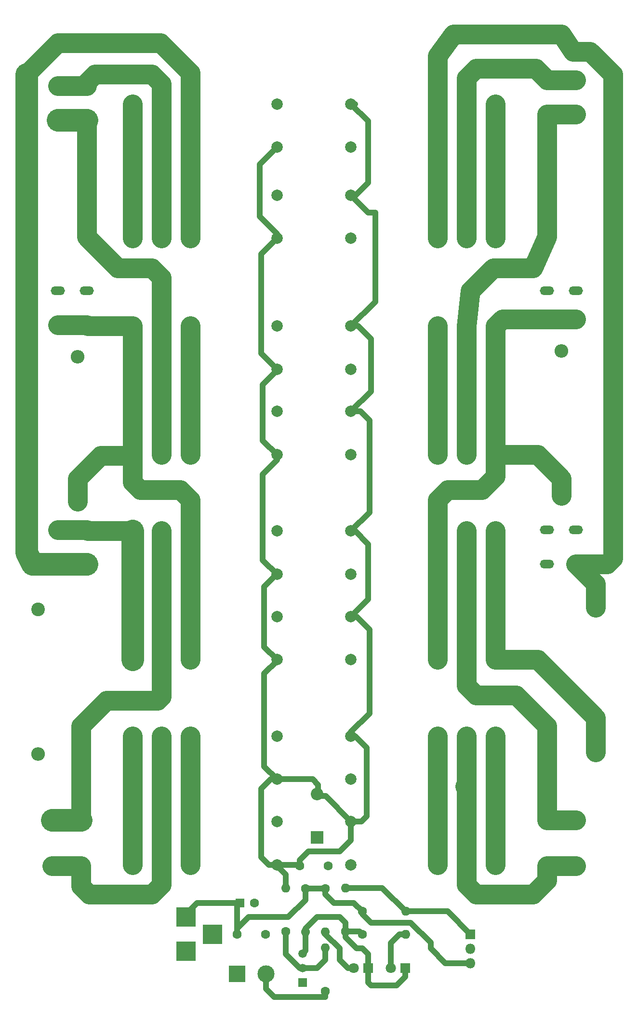
<source format=gbr>
G04 #@! TF.FileFunction,Copper,L2,Bot,Signal*
%FSLAX46Y46*%
G04 Gerber Fmt 4.6, Leading zero omitted, Abs format (unit mm)*
G04 Created by KiCad (PCBNEW 4.0.7) date 10/31/20 15:44:31*
%MOMM*%
%LPD*%
G01*
G04 APERTURE LIST*
%ADD10C,0.100000*%
%ADD11C,2.000000*%
%ADD12R,1.600000X1.600000*%
%ADD13C,1.600000*%
%ADD14R,1.800000X1.800000*%
%ADD15C,1.800000*%
%ADD16R,2.200000X2.200000*%
%ADD17O,2.200000X2.200000*%
%ADD18R,3.000000X3.000000*%
%ADD19C,3.000000*%
%ADD20R,3.500000X3.500000*%
%ADD21O,2.500000X1.500000*%
%ADD22C,1.520000*%
%ADD23R,1.520000X1.520000*%
%ADD24O,1.800000X1.800000*%
%ADD25O,1.600000X1.600000*%
%ADD26C,2.400000*%
%ADD27O,2.400000X2.400000*%
%ADD28C,1.000000*%
%ADD29C,3.500000*%
%ADD30C,4.000000*%
G04 APERTURE END LIST*
D10*
D11*
X78000000Y-45200000D03*
X93240000Y-45200000D03*
X103400000Y-45200000D03*
X98320000Y-45200000D03*
X78000000Y-52800000D03*
X98320000Y-52800000D03*
X93240000Y-52800000D03*
X103400000Y-52800000D03*
D12*
X58500000Y-169500000D03*
D13*
X61000000Y-169500000D03*
X58000000Y-175000000D03*
X63000000Y-175000000D03*
X74000000Y-163000000D03*
X69000000Y-163000000D03*
D14*
X81000000Y-181000000D03*
D15*
X78460000Y-181000000D03*
D16*
X72000000Y-158000000D03*
D17*
X72000000Y-150380000D03*
D14*
X87500000Y-181000000D03*
D15*
X84960000Y-181000000D03*
D18*
X58000000Y-182000000D03*
D19*
X63080000Y-182000000D03*
D20*
X49000000Y-172000000D03*
X49000000Y-178000000D03*
X53700000Y-175000000D03*
D21*
X25460000Y-163000000D03*
X30540000Y-163000000D03*
X25460000Y-155000000D03*
X30540000Y-155000000D03*
X112460000Y-163000000D03*
X117540000Y-163000000D03*
X112460000Y-155000000D03*
X117540000Y-155000000D03*
X26460000Y-26000000D03*
X31540000Y-26000000D03*
X26460000Y-32000000D03*
X31540000Y-32000000D03*
X112460000Y-25000000D03*
X117540000Y-25000000D03*
X112460000Y-31000000D03*
X117540000Y-31000000D03*
X26460000Y-62000000D03*
X31540000Y-62000000D03*
X26460000Y-68000000D03*
X31540000Y-68000000D03*
X112460000Y-62000000D03*
X117540000Y-62000000D03*
X112460000Y-67000000D03*
X117540000Y-67000000D03*
X26460000Y-110000000D03*
X31540000Y-110000000D03*
X26460000Y-104000000D03*
X31540000Y-104000000D03*
X112460000Y-110000000D03*
X117540000Y-110000000D03*
X112460000Y-104000000D03*
X117540000Y-104000000D03*
D22*
X69500000Y-180960000D03*
X69500000Y-178420000D03*
D23*
X69500000Y-183500000D03*
D14*
X99000000Y-175000000D03*
D24*
X99000000Y-177540000D03*
X99000000Y-180080000D03*
D13*
X73500000Y-185000000D03*
D25*
X73500000Y-177380000D03*
D13*
X66500000Y-174500000D03*
D25*
X66500000Y-166880000D03*
D13*
X73500000Y-167000000D03*
D25*
X73500000Y-174620000D03*
D13*
X77000000Y-174500000D03*
D25*
X77000000Y-166880000D03*
D13*
X70000000Y-167000000D03*
D25*
X70000000Y-174620000D03*
D13*
X80000000Y-171000000D03*
D25*
X87620000Y-171000000D03*
D13*
X80000000Y-175000000D03*
D25*
X87620000Y-175000000D03*
D26*
X30000000Y-99000000D03*
D27*
X30000000Y-73600000D03*
D26*
X115000000Y-98000000D03*
D27*
X115000000Y-72600000D03*
D26*
X23000000Y-118000000D03*
D27*
X23000000Y-143400000D03*
D26*
X121000000Y-143000000D03*
D27*
X121000000Y-117600000D03*
D11*
X65000000Y-162800000D03*
X49760000Y-162800000D03*
X39600000Y-162800000D03*
X44680000Y-162800000D03*
X65000000Y-155200000D03*
X44680000Y-155200000D03*
X49760000Y-155200000D03*
X39600000Y-155200000D03*
X65000000Y-147800000D03*
X49760000Y-147800000D03*
X39600000Y-147800000D03*
X44680000Y-147800000D03*
X65000000Y-140200000D03*
X44680000Y-140200000D03*
X49760000Y-140200000D03*
X39600000Y-140200000D03*
X65000000Y-126800000D03*
X49760000Y-126800000D03*
X39600000Y-126800000D03*
X44680000Y-126800000D03*
X65000000Y-119200000D03*
X44680000Y-119200000D03*
X49760000Y-119200000D03*
X39600000Y-119200000D03*
X65000000Y-111800000D03*
X49760000Y-111800000D03*
X39600000Y-111800000D03*
X44680000Y-111800000D03*
X65000000Y-104200000D03*
X44680000Y-104200000D03*
X49760000Y-104200000D03*
X39600000Y-104200000D03*
X78000000Y-155200000D03*
X93240000Y-155200000D03*
X103400000Y-155200000D03*
X98320000Y-155200000D03*
X78000000Y-162800000D03*
X98320000Y-162800000D03*
X93240000Y-162800000D03*
X103400000Y-162800000D03*
X78000000Y-140200000D03*
X93240000Y-140200000D03*
X103400000Y-140200000D03*
X98320000Y-140200000D03*
X78000000Y-147800000D03*
X98320000Y-147800000D03*
X93240000Y-147800000D03*
X103400000Y-147800000D03*
X78000000Y-119200000D03*
X93240000Y-119200000D03*
X103400000Y-119200000D03*
X98320000Y-119200000D03*
X78000000Y-126800000D03*
X98320000Y-126800000D03*
X93240000Y-126800000D03*
X103400000Y-126800000D03*
X78000000Y-104200000D03*
X93240000Y-104200000D03*
X103400000Y-104200000D03*
X98320000Y-104200000D03*
X78000000Y-111800000D03*
X98320000Y-111800000D03*
X93240000Y-111800000D03*
X103400000Y-111800000D03*
X65000000Y-36800000D03*
X49760000Y-36800000D03*
X39600000Y-36800000D03*
X44680000Y-36800000D03*
X65000000Y-29200000D03*
X44680000Y-29200000D03*
X49760000Y-29200000D03*
X39600000Y-29200000D03*
X65000000Y-52800000D03*
X49760000Y-52800000D03*
X39600000Y-52800000D03*
X44680000Y-52800000D03*
X65000000Y-45200000D03*
X44680000Y-45200000D03*
X49760000Y-45200000D03*
X39600000Y-45200000D03*
X65000000Y-75800000D03*
X49760000Y-75800000D03*
X39600000Y-75800000D03*
X44680000Y-75800000D03*
X65000000Y-68200000D03*
X44680000Y-68200000D03*
X49760000Y-68200000D03*
X39600000Y-68200000D03*
X65000000Y-90800000D03*
X49760000Y-90800000D03*
X39600000Y-90800000D03*
X44680000Y-90800000D03*
X65000000Y-83200000D03*
X44680000Y-83200000D03*
X49760000Y-83200000D03*
X39600000Y-83200000D03*
X78000000Y-29200000D03*
X93240000Y-29200000D03*
X103400000Y-29200000D03*
X98320000Y-29200000D03*
X78000000Y-36800000D03*
X98320000Y-36800000D03*
X93240000Y-36800000D03*
X103400000Y-36800000D03*
X78000000Y-68200000D03*
X93240000Y-68200000D03*
X103400000Y-68200000D03*
X98320000Y-68200000D03*
X78000000Y-75800000D03*
X98320000Y-75800000D03*
X93240000Y-75800000D03*
X103400000Y-75800000D03*
X78000000Y-83200000D03*
X93240000Y-83200000D03*
X103400000Y-83200000D03*
X98320000Y-83200000D03*
X78000000Y-90800000D03*
X98320000Y-90800000D03*
X93240000Y-90800000D03*
X103400000Y-90800000D03*
D28*
X58000000Y-175000000D02*
X58000000Y-174000000D01*
X70000000Y-169000000D02*
X70000000Y-167000000D01*
X67000000Y-172000000D02*
X70000000Y-169000000D01*
X60000000Y-172000000D02*
X67000000Y-172000000D01*
X58000000Y-174000000D02*
X60000000Y-172000000D01*
X58000000Y-175000000D02*
X58000000Y-170000000D01*
X58000000Y-170000000D02*
X58500000Y-169500000D01*
X49000000Y-172000000D02*
X49000000Y-171500000D01*
X49000000Y-171500000D02*
X51000000Y-169500000D01*
X51000000Y-169500000D02*
X58500000Y-169500000D01*
X80000000Y-171000000D02*
X80000000Y-171500000D01*
X80000000Y-171500000D02*
X81500000Y-173000000D01*
X94580000Y-180080000D02*
X99000000Y-180080000D01*
X92000000Y-177500000D02*
X94580000Y-180080000D01*
X92000000Y-176500000D02*
X92000000Y-177500000D01*
X88500000Y-173000000D02*
X92000000Y-176500000D01*
X81500000Y-173000000D02*
X88500000Y-173000000D01*
X73500000Y-167000000D02*
X73500000Y-168000000D01*
X78500000Y-169500000D02*
X80000000Y-171000000D01*
X75000000Y-169500000D02*
X78500000Y-169500000D01*
X73500000Y-168000000D02*
X75000000Y-169500000D01*
X70000000Y-167000000D02*
X73500000Y-167000000D01*
X65000000Y-162800000D02*
X65000000Y-163000000D01*
X65000000Y-163000000D02*
X66500000Y-164500000D01*
X66500000Y-164500000D02*
X66500000Y-166880000D01*
X78000000Y-45200000D02*
X78800000Y-45200000D01*
X78800000Y-45200000D02*
X81000000Y-43000000D01*
X81000000Y-32200000D02*
X78000000Y-29200000D01*
X81000000Y-43000000D02*
X81000000Y-32200000D01*
X82250000Y-48250000D02*
X81050000Y-48250000D01*
X82250000Y-48250000D02*
X82250000Y-63950000D01*
X78000000Y-68200000D02*
X82250000Y-63950000D01*
X81050000Y-48250000D02*
X78000000Y-45200000D01*
X65000000Y-52800000D02*
X65000000Y-52000000D01*
X65000000Y-52000000D02*
X62000000Y-49000000D01*
X62000000Y-39800000D02*
X65000000Y-36800000D01*
X62000000Y-49000000D02*
X62000000Y-39800000D01*
X62250000Y-56000000D02*
X62250000Y-55550000D01*
X62250000Y-55550000D02*
X65000000Y-52800000D01*
X73550000Y-150750000D02*
X78000000Y-155200000D01*
X71300000Y-147800000D02*
X65000000Y-147800000D01*
X78000000Y-158500000D02*
X78000000Y-155200000D01*
X65000000Y-162800000D02*
X68800000Y-162800000D01*
X65000000Y-126800000D02*
X65000000Y-127000000D01*
X65000000Y-127000000D02*
X62750000Y-129250000D01*
X62750000Y-145550000D02*
X65000000Y-147800000D01*
X62750000Y-129250000D02*
X62750000Y-145550000D01*
X65000000Y-111800000D02*
X64950000Y-111800000D01*
X64950000Y-111800000D02*
X62750000Y-114000000D01*
X62750000Y-124550000D02*
X65000000Y-126800000D01*
X62750000Y-114000000D02*
X62750000Y-124550000D01*
X64300000Y-147800000D02*
X65000000Y-147800000D01*
X65000000Y-90800000D02*
X65000000Y-91750000D01*
X65000000Y-91750000D02*
X62500000Y-94250000D01*
X62500000Y-109300000D02*
X65000000Y-111800000D01*
X62500000Y-94250000D02*
X62500000Y-109300000D01*
X65000000Y-75800000D02*
X65000000Y-76000000D01*
X65000000Y-76000000D02*
X62500000Y-78500000D01*
X62500000Y-88300000D02*
X65000000Y-90800000D01*
X62500000Y-78500000D02*
X62500000Y-88300000D01*
X62250000Y-73050000D02*
X65000000Y-75800000D01*
X62250000Y-56000000D02*
X62250000Y-73050000D01*
X78000000Y-29200000D02*
X78700000Y-29200000D01*
X78000000Y-68200000D02*
X79200000Y-68200000D01*
X79200000Y-68200000D02*
X81500000Y-70500000D01*
X81500000Y-70500000D02*
X81500000Y-79700000D01*
X81500000Y-79700000D02*
X78000000Y-83200000D01*
X78000000Y-83200000D02*
X79700000Y-83200000D01*
X79700000Y-83200000D02*
X81250000Y-84750000D01*
X81250000Y-84750000D02*
X81250000Y-100950000D01*
X81250000Y-100950000D02*
X78000000Y-104200000D01*
X78000000Y-104200000D02*
X78700000Y-104200000D01*
X78700000Y-104200000D02*
X81000000Y-106500000D01*
X81000000Y-116200000D02*
X78000000Y-119200000D01*
X81000000Y-106500000D02*
X81000000Y-116200000D01*
X78000000Y-119200000D02*
X78950000Y-119200000D01*
X78950000Y-119200000D02*
X81250000Y-121500000D01*
X81250000Y-121500000D02*
X81250000Y-136250000D01*
X81250000Y-136250000D02*
X78000000Y-139500000D01*
X78000000Y-139500000D02*
X78000000Y-140200000D01*
X78000000Y-140200000D02*
X78700000Y-140200000D01*
X78700000Y-140200000D02*
X80750000Y-142250000D01*
X79800000Y-155200000D02*
X78000000Y-155200000D01*
X80750000Y-154250000D02*
X79800000Y-155200000D01*
X80750000Y-142250000D02*
X80750000Y-154250000D01*
X65000000Y-162800000D02*
X63550000Y-162800000D01*
X63950000Y-147800000D02*
X65000000Y-147800000D01*
X62250000Y-149500000D02*
X63950000Y-147800000D01*
X62250000Y-161500000D02*
X62250000Y-149500000D01*
X63550000Y-162800000D02*
X62250000Y-161500000D01*
X65000000Y-147800000D02*
X65200000Y-147800000D01*
X65000000Y-126800000D02*
X65200000Y-126800000D01*
X65000000Y-111800000D02*
X65200000Y-111800000D01*
X72250000Y-148750000D02*
X71300000Y-147800000D01*
X76000000Y-160500000D02*
X78000000Y-158500000D01*
X70500000Y-160500000D02*
X76000000Y-160500000D01*
X72250000Y-150750000D02*
X73550000Y-150750000D01*
X72250000Y-150750000D02*
X72250000Y-148750000D01*
X69000000Y-162000000D02*
X70500000Y-160500000D01*
X69000000Y-163000000D02*
X69000000Y-162000000D01*
X68800000Y-162800000D02*
X69000000Y-163000000D01*
X80000000Y-175000000D02*
X79500000Y-174500000D01*
X79500000Y-174500000D02*
X77000000Y-174500000D01*
X87500000Y-181000000D02*
X87500000Y-182500000D01*
X81000000Y-183500000D02*
X81000000Y-181000000D01*
X81500000Y-184000000D02*
X81000000Y-183500000D01*
X86000000Y-184000000D02*
X81500000Y-184000000D01*
X87500000Y-182500000D02*
X86000000Y-184000000D01*
X70000000Y-174620000D02*
X70000000Y-174000000D01*
X70000000Y-174000000D02*
X72000000Y-172000000D01*
X77000000Y-173000000D02*
X77000000Y-174500000D01*
X76000000Y-172000000D02*
X77000000Y-173000000D01*
X72000000Y-172000000D02*
X76000000Y-172000000D01*
X70000000Y-174620000D02*
X70000000Y-177920000D01*
X70000000Y-177920000D02*
X69500000Y-178420000D01*
X77000000Y-174500000D02*
X77000000Y-175500000D01*
X81000000Y-178500000D02*
X81000000Y-181000000D01*
X80000000Y-177500000D02*
X81000000Y-178500000D01*
X79000000Y-177500000D02*
X80000000Y-177500000D01*
X77000000Y-175500000D02*
X79000000Y-177500000D01*
X70000000Y-174620000D02*
X70000000Y-174500000D01*
X73500000Y-175000000D02*
X76000000Y-177500000D01*
X77500000Y-181000000D02*
X78460000Y-181000000D01*
X76000000Y-179500000D02*
X77500000Y-181000000D01*
X76000000Y-177500000D02*
X76000000Y-179500000D01*
X73500000Y-174620000D02*
X73500000Y-175000000D01*
X87620000Y-175000000D02*
X86500000Y-175000000D01*
X84960000Y-176540000D02*
X84960000Y-181000000D01*
X86500000Y-175000000D02*
X84960000Y-176540000D01*
X63080000Y-182000000D02*
X63080000Y-184580000D01*
X73500000Y-186000000D02*
X73500000Y-185000000D01*
X64500000Y-186000000D02*
X73500000Y-186000000D01*
X63080000Y-184580000D02*
X64500000Y-186000000D01*
D29*
X30540000Y-163000000D02*
X25460000Y-163000000D01*
X44680000Y-162800000D02*
X44680000Y-166320000D01*
X30540000Y-166540000D02*
X30540000Y-163000000D01*
X32000000Y-168000000D02*
X30540000Y-166540000D01*
X43000000Y-168000000D02*
X32000000Y-168000000D01*
X44680000Y-166320000D02*
X43000000Y-168000000D01*
X44680000Y-155200000D02*
X44680000Y-162800000D01*
X44680000Y-147800000D02*
X44680000Y-155200000D01*
X44680000Y-140200000D02*
X44680000Y-147800000D01*
X30540000Y-155000000D02*
X30540000Y-138460000D01*
X44680000Y-133320000D02*
X44680000Y-126800000D01*
X44000000Y-134000000D02*
X44680000Y-133320000D01*
X35000000Y-134000000D02*
X44000000Y-134000000D01*
X30540000Y-138460000D02*
X35000000Y-134000000D01*
X44680000Y-119200000D02*
X44680000Y-126800000D01*
X44680000Y-111800000D02*
X44680000Y-119200000D01*
X44680000Y-104200000D02*
X44680000Y-111800000D01*
D30*
X25460000Y-155000000D02*
X30540000Y-155000000D01*
D29*
X112460000Y-163000000D02*
X112460000Y-165540000D01*
X98320000Y-166320000D02*
X98320000Y-162800000D01*
X100000000Y-168000000D02*
X98320000Y-166320000D01*
X110000000Y-168000000D02*
X100000000Y-168000000D01*
X112460000Y-165540000D02*
X110000000Y-168000000D01*
X117540000Y-163000000D02*
X112460000Y-163000000D01*
X98320000Y-155200000D02*
X98320000Y-162800000D01*
X98320000Y-147800000D02*
X98320000Y-155200000D01*
X98320000Y-140200000D02*
X98320000Y-148680000D01*
X98320000Y-148680000D02*
X98000000Y-149000000D01*
X112460000Y-155000000D02*
X112460000Y-138460000D01*
X98320000Y-131320000D02*
X98320000Y-126800000D01*
X100000000Y-133000000D02*
X98320000Y-131320000D01*
X107000000Y-133000000D02*
X100000000Y-133000000D01*
X112460000Y-138460000D02*
X107000000Y-133000000D01*
X112460000Y-155000000D02*
X117540000Y-155000000D01*
X98320000Y-119200000D02*
X98320000Y-126800000D01*
X98320000Y-111800000D02*
X98320000Y-119200000D01*
X98320000Y-104200000D02*
X98320000Y-111800000D01*
X31540000Y-26000000D02*
X31540000Y-25460000D01*
X31540000Y-25460000D02*
X33000000Y-24000000D01*
X44680000Y-25680000D02*
X44680000Y-29200000D01*
X43000000Y-24000000D02*
X44680000Y-25680000D01*
X33000000Y-24000000D02*
X43000000Y-24000000D01*
X31540000Y-26000000D02*
X26460000Y-26000000D01*
X44680000Y-45200000D02*
X44680000Y-52800000D01*
X44680000Y-36800000D02*
X44680000Y-45200000D01*
X44680000Y-29200000D02*
X44680000Y-36800000D01*
X44680000Y-75800000D02*
X44680000Y-68200000D01*
X31540000Y-32000000D02*
X31540000Y-52540000D01*
X31540000Y-52540000D02*
X37000000Y-58000000D01*
X37000000Y-58000000D02*
X43000000Y-58000000D01*
X43000000Y-58000000D02*
X44680000Y-59680000D01*
X44680000Y-59680000D02*
X44680000Y-68200000D01*
X44680000Y-83200000D02*
X44680000Y-75800000D01*
X44680000Y-90800000D02*
X44680000Y-83200000D01*
D30*
X31540000Y-32000000D02*
X26460000Y-32000000D01*
D29*
X98320000Y-29200000D02*
X98320000Y-24680000D01*
X110460000Y-23000000D02*
X112460000Y-25000000D01*
X100000000Y-23000000D02*
X110460000Y-23000000D01*
X98320000Y-24680000D02*
X100000000Y-23000000D01*
X117540000Y-25000000D02*
X112460000Y-25000000D01*
X98320000Y-52800000D02*
X98320000Y-45200000D01*
X98320000Y-45200000D02*
X98320000Y-36800000D01*
X98320000Y-36800000D02*
X98320000Y-29200000D01*
X98320000Y-68200000D02*
X99000000Y-62000000D01*
X112460000Y-52540000D02*
X112460000Y-31000000D01*
X110000000Y-58000000D02*
X112460000Y-52540000D01*
X103000000Y-58000000D02*
X110000000Y-58000000D01*
X99000000Y-62000000D02*
X103000000Y-58000000D01*
X112460000Y-31000000D02*
X117540000Y-31000000D01*
X98320000Y-90800000D02*
X98320000Y-83200000D01*
X98320000Y-83200000D02*
X98320000Y-75800000D01*
X98320000Y-75800000D02*
X98320000Y-68200000D01*
X39600000Y-36800000D02*
X39600000Y-29200000D01*
X39600000Y-45200000D02*
X39600000Y-36800000D01*
X39600000Y-52800000D02*
X39600000Y-45200000D01*
X49760000Y-155200000D02*
X49760000Y-162800000D01*
X49760000Y-147800000D02*
X49760000Y-155200000D01*
X49760000Y-140200000D02*
X49760000Y-147800000D01*
X31540000Y-68000000D02*
X26460000Y-68000000D01*
X39600000Y-68200000D02*
X31740000Y-68200000D01*
X31740000Y-68200000D02*
X31540000Y-68000000D01*
X39600000Y-75800000D02*
X39600000Y-68200000D01*
X39600000Y-83200000D02*
X39600000Y-75800000D01*
X39600000Y-90800000D02*
X39600000Y-83200000D01*
X30000000Y-99000000D02*
X30000000Y-95000000D01*
X34000000Y-91000000D02*
X39600000Y-91000000D01*
X30000000Y-95000000D02*
X34000000Y-91000000D01*
X39600000Y-91000000D02*
X39600000Y-90800000D01*
X39600000Y-90800000D02*
X39600000Y-95600000D01*
X49760000Y-98760000D02*
X49760000Y-104200000D01*
X48000000Y-97000000D02*
X49760000Y-98760000D01*
X41000000Y-97000000D02*
X48000000Y-97000000D01*
X39600000Y-95600000D02*
X41000000Y-97000000D01*
X49760000Y-119200000D02*
X49760000Y-126800000D01*
X49760000Y-111800000D02*
X49760000Y-119200000D01*
X49760000Y-104200000D02*
X49760000Y-111800000D01*
X103400000Y-36800000D02*
X103400000Y-44400000D01*
X103400000Y-44400000D02*
X103400000Y-45200000D01*
X103400000Y-36800000D02*
X103400000Y-29200000D01*
X103400000Y-52800000D02*
X103400000Y-44400000D01*
X103400000Y-44400000D02*
X103400000Y-45200000D01*
X93240000Y-155200000D02*
X93240000Y-162800000D01*
X93240000Y-147800000D02*
X93240000Y-155200000D01*
X93240000Y-140200000D02*
X93240000Y-147800000D01*
X112460000Y-67000000D02*
X117540000Y-67000000D01*
X115000000Y-98000000D02*
X115000000Y-95000000D01*
X110800000Y-90800000D02*
X103400000Y-90800000D01*
X115000000Y-95000000D02*
X110800000Y-90800000D01*
X112460000Y-67000000D02*
X104600000Y-67000000D01*
X104600000Y-67000000D02*
X103400000Y-68200000D01*
X103400000Y-68200000D02*
X103400000Y-75800000D01*
X103400000Y-75800000D02*
X103400000Y-83200000D01*
X103400000Y-90800000D02*
X103400000Y-83200000D01*
X93240000Y-104200000D02*
X93240000Y-98760000D01*
X103400000Y-94600000D02*
X103400000Y-90800000D01*
X101000000Y-97000000D02*
X103400000Y-94600000D01*
X95000000Y-97000000D02*
X101000000Y-97000000D01*
X93240000Y-98760000D02*
X95000000Y-97000000D01*
X93240000Y-119200000D02*
X93240000Y-126800000D01*
X93240000Y-111800000D02*
X93240000Y-119200000D01*
X93240000Y-104200000D02*
X93240000Y-111800000D01*
X26500000Y-18500000D02*
X21000000Y-24000000D01*
D30*
X26460000Y-110000000D02*
X22000000Y-110000000D01*
X21000000Y-108000000D02*
X22000000Y-110000000D01*
X21000000Y-24000000D02*
X21000000Y-108000000D01*
D29*
X44500000Y-18500000D02*
X49760000Y-23760000D01*
X49760000Y-23760000D02*
X49760000Y-29200000D01*
X26500000Y-18500000D02*
X44500000Y-18500000D01*
X49760000Y-45200000D02*
X49760000Y-52800000D01*
X49760000Y-45200000D02*
X49760000Y-36800000D01*
X49760000Y-29200000D02*
X49760000Y-36800000D01*
X39600000Y-155200000D02*
X39600000Y-162800000D01*
X39600000Y-147800000D02*
X39600000Y-155200000D01*
X39600000Y-140200000D02*
X39600000Y-147800000D01*
D30*
X31540000Y-110000000D02*
X26460000Y-110000000D01*
D29*
X49760000Y-75800000D02*
X49760000Y-68200000D01*
X49760000Y-83200000D02*
X49760000Y-76760000D01*
X49760000Y-76760000D02*
X49760000Y-75800000D01*
X49760000Y-90800000D02*
X49760000Y-83200000D01*
X31540000Y-104000000D02*
X26460000Y-104000000D01*
X39600000Y-104200000D02*
X31740000Y-104200000D01*
X31740000Y-104200000D02*
X31540000Y-104000000D01*
D30*
X39600000Y-119200000D02*
X39600000Y-126800000D01*
X39600000Y-111800000D02*
X39600000Y-119200000D01*
X39600000Y-104200000D02*
X39600000Y-112400000D01*
X39600000Y-112400000D02*
X39600000Y-111800000D01*
D29*
X93240000Y-29200000D02*
X93240000Y-20760000D01*
X123000000Y-110000000D02*
X124000000Y-109000000D01*
X124000000Y-109000000D02*
X124000000Y-24000000D01*
X123000000Y-110000000D02*
X117540000Y-110000000D01*
X120000000Y-20000000D02*
X124000000Y-24000000D01*
X117000000Y-20000000D02*
X120000000Y-20000000D01*
X115000000Y-17000000D02*
X117000000Y-20000000D01*
X96000000Y-17000000D02*
X115000000Y-17000000D01*
X93240000Y-20760000D02*
X96000000Y-17000000D01*
X121000000Y-117600000D02*
X121000000Y-113460000D01*
X121000000Y-113460000D02*
X117540000Y-110000000D01*
X93240000Y-36800000D02*
X93240000Y-29200000D01*
X93240000Y-45200000D02*
X93240000Y-36800000D01*
X93240000Y-45200000D02*
X93240000Y-52800000D01*
X103400000Y-155200000D02*
X103400000Y-162800000D01*
X103400000Y-147800000D02*
X103400000Y-155200000D01*
X103400000Y-140200000D02*
X103400000Y-147800000D01*
X103400000Y-126800000D02*
X110800000Y-126800000D01*
X121000000Y-137000000D02*
X121000000Y-143000000D01*
X110800000Y-126800000D02*
X121000000Y-137000000D01*
X93240000Y-83200000D02*
X93240000Y-90800000D01*
X93240000Y-83200000D02*
X93240000Y-75800000D01*
X93240000Y-75800000D02*
X93240000Y-68200000D01*
X103400000Y-104200000D02*
X103400000Y-111800000D01*
X103400000Y-111800000D02*
X103400000Y-119200000D01*
X103400000Y-119200000D02*
X103400000Y-126800000D01*
D28*
X73500000Y-177380000D02*
X73500000Y-179500000D01*
X72040000Y-180960000D02*
X69500000Y-180960000D01*
X73500000Y-179500000D02*
X72040000Y-180960000D01*
X66500000Y-174500000D02*
X66500000Y-178500000D01*
X66500000Y-178500000D02*
X68960000Y-180960000D01*
X68960000Y-180960000D02*
X69500000Y-180960000D01*
X87620000Y-171000000D02*
X95000000Y-171000000D01*
X95000000Y-171000000D02*
X99000000Y-175000000D01*
X77000000Y-166880000D02*
X83500000Y-166880000D01*
X83500000Y-166880000D02*
X87620000Y-171000000D01*
M02*

</source>
